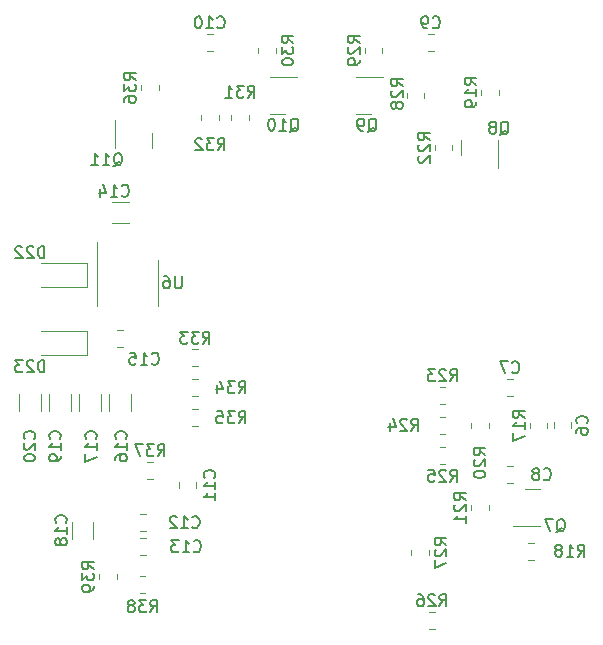
<source format=gbr>
%TF.GenerationSoftware,KiCad,Pcbnew,6.0.1-79c1e3a40b~116~ubuntu20.04.1*%
%TF.CreationDate,2022-01-23T15:23:12-08:00*%
%TF.ProjectId,led-ring-driver,6c65642d-7269-46e6-972d-647269766572,rev?*%
%TF.SameCoordinates,Original*%
%TF.FileFunction,Legend,Bot*%
%TF.FilePolarity,Positive*%
%FSLAX46Y46*%
G04 Gerber Fmt 4.6, Leading zero omitted, Abs format (unit mm)*
G04 Created by KiCad (PCBNEW 6.0.1-79c1e3a40b~116~ubuntu20.04.1) date 2022-01-23 15:23:12*
%MOMM*%
%LPD*%
G01*
G04 APERTURE LIST*
%ADD10C,0.150000*%
%ADD11C,0.120000*%
G04 APERTURE END LIST*
D10*
%TO.C,R31*%
X147327857Y-73223380D02*
X147661190Y-72747190D01*
X147899285Y-73223380D02*
X147899285Y-72223380D01*
X147518333Y-72223380D01*
X147423095Y-72271000D01*
X147375476Y-72318619D01*
X147327857Y-72413857D01*
X147327857Y-72556714D01*
X147375476Y-72651952D01*
X147423095Y-72699571D01*
X147518333Y-72747190D01*
X147899285Y-72747190D01*
X146994523Y-72223380D02*
X146375476Y-72223380D01*
X146708809Y-72604333D01*
X146565952Y-72604333D01*
X146470714Y-72651952D01*
X146423095Y-72699571D01*
X146375476Y-72794809D01*
X146375476Y-73032904D01*
X146423095Y-73128142D01*
X146470714Y-73175761D01*
X146565952Y-73223380D01*
X146851666Y-73223380D01*
X146946904Y-73175761D01*
X146994523Y-73128142D01*
X145423095Y-73223380D02*
X145994523Y-73223380D01*
X145708809Y-73223380D02*
X145708809Y-72223380D01*
X145804047Y-72366238D01*
X145899285Y-72461476D01*
X145994523Y-72509095D01*
%TO.C,R34*%
X146565857Y-98242380D02*
X146899190Y-97766190D01*
X147137285Y-98242380D02*
X147137285Y-97242380D01*
X146756333Y-97242380D01*
X146661095Y-97290000D01*
X146613476Y-97337619D01*
X146565857Y-97432857D01*
X146565857Y-97575714D01*
X146613476Y-97670952D01*
X146661095Y-97718571D01*
X146756333Y-97766190D01*
X147137285Y-97766190D01*
X146232523Y-97242380D02*
X145613476Y-97242380D01*
X145946809Y-97623333D01*
X145803952Y-97623333D01*
X145708714Y-97670952D01*
X145661095Y-97718571D01*
X145613476Y-97813809D01*
X145613476Y-98051904D01*
X145661095Y-98147142D01*
X145708714Y-98194761D01*
X145803952Y-98242380D01*
X146089666Y-98242380D01*
X146184904Y-98194761D01*
X146232523Y-98147142D01*
X144756333Y-97575714D02*
X144756333Y-98242380D01*
X144994428Y-97194761D02*
X145232523Y-97909047D01*
X144613476Y-97909047D01*
%TO.C,C18*%
X131929142Y-109212142D02*
X131976761Y-109164523D01*
X132024380Y-109021666D01*
X132024380Y-108926428D01*
X131976761Y-108783571D01*
X131881523Y-108688333D01*
X131786285Y-108640714D01*
X131595809Y-108593095D01*
X131452952Y-108593095D01*
X131262476Y-108640714D01*
X131167238Y-108688333D01*
X131072000Y-108783571D01*
X131024380Y-108926428D01*
X131024380Y-109021666D01*
X131072000Y-109164523D01*
X131119619Y-109212142D01*
X132024380Y-110164523D02*
X132024380Y-109593095D01*
X132024380Y-109878809D02*
X131024380Y-109878809D01*
X131167238Y-109783571D01*
X131262476Y-109688333D01*
X131310095Y-109593095D01*
X131452952Y-110735952D02*
X131405333Y-110640714D01*
X131357714Y-110593095D01*
X131262476Y-110545476D01*
X131214857Y-110545476D01*
X131119619Y-110593095D01*
X131072000Y-110640714D01*
X131024380Y-110735952D01*
X131024380Y-110926428D01*
X131072000Y-111021666D01*
X131119619Y-111069285D01*
X131214857Y-111116904D01*
X131262476Y-111116904D01*
X131357714Y-111069285D01*
X131405333Y-111021666D01*
X131452952Y-110926428D01*
X131452952Y-110735952D01*
X131500571Y-110640714D01*
X131548190Y-110593095D01*
X131643428Y-110545476D01*
X131833904Y-110545476D01*
X131929142Y-110593095D01*
X131976761Y-110640714D01*
X132024380Y-110735952D01*
X132024380Y-110926428D01*
X131976761Y-111021666D01*
X131929142Y-111069285D01*
X131833904Y-111116904D01*
X131643428Y-111116904D01*
X131548190Y-111069285D01*
X131500571Y-111021666D01*
X131452952Y-110926428D01*
%TO.C,Q10*%
X150904428Y-76112619D02*
X150999666Y-76065000D01*
X151094904Y-75969761D01*
X151237761Y-75826904D01*
X151333000Y-75779285D01*
X151428238Y-75779285D01*
X151380619Y-76017380D02*
X151475857Y-75969761D01*
X151571095Y-75874523D01*
X151618714Y-75684047D01*
X151618714Y-75350714D01*
X151571095Y-75160238D01*
X151475857Y-75065000D01*
X151380619Y-75017380D01*
X151190142Y-75017380D01*
X151094904Y-75065000D01*
X150999666Y-75160238D01*
X150952047Y-75350714D01*
X150952047Y-75684047D01*
X150999666Y-75874523D01*
X151094904Y-75969761D01*
X151190142Y-76017380D01*
X151380619Y-76017380D01*
X149999666Y-76017380D02*
X150571095Y-76017380D01*
X150285380Y-76017380D02*
X150285380Y-75017380D01*
X150380619Y-75160238D01*
X150475857Y-75255476D01*
X150571095Y-75303095D01*
X149380619Y-75017380D02*
X149285380Y-75017380D01*
X149190142Y-75065000D01*
X149142523Y-75112619D01*
X149094904Y-75207857D01*
X149047285Y-75398333D01*
X149047285Y-75636428D01*
X149094904Y-75826904D01*
X149142523Y-75922142D01*
X149190142Y-75969761D01*
X149285380Y-76017380D01*
X149380619Y-76017380D01*
X149475857Y-75969761D01*
X149523476Y-75922142D01*
X149571095Y-75826904D01*
X149618714Y-75636428D01*
X149618714Y-75398333D01*
X149571095Y-75207857D01*
X149523476Y-75112619D01*
X149475857Y-75065000D01*
X149380619Y-75017380D01*
%TO.C,D23*%
X130119285Y-96464380D02*
X130119285Y-95464380D01*
X129881190Y-95464380D01*
X129738333Y-95512000D01*
X129643095Y-95607238D01*
X129595476Y-95702476D01*
X129547857Y-95892952D01*
X129547857Y-96035809D01*
X129595476Y-96226285D01*
X129643095Y-96321523D01*
X129738333Y-96416761D01*
X129881190Y-96464380D01*
X130119285Y-96464380D01*
X129166904Y-95559619D02*
X129119285Y-95512000D01*
X129024047Y-95464380D01*
X128785952Y-95464380D01*
X128690714Y-95512000D01*
X128643095Y-95559619D01*
X128595476Y-95654857D01*
X128595476Y-95750095D01*
X128643095Y-95892952D01*
X129214523Y-96464380D01*
X128595476Y-96464380D01*
X128262142Y-95464380D02*
X127643095Y-95464380D01*
X127976428Y-95845333D01*
X127833571Y-95845333D01*
X127738333Y-95892952D01*
X127690714Y-95940571D01*
X127643095Y-96035809D01*
X127643095Y-96273904D01*
X127690714Y-96369142D01*
X127738333Y-96416761D01*
X127833571Y-96464380D01*
X128119285Y-96464380D01*
X128214523Y-96416761D01*
X128262142Y-96369142D01*
%TO.C,R38*%
X139072857Y-116784380D02*
X139406190Y-116308190D01*
X139644285Y-116784380D02*
X139644285Y-115784380D01*
X139263333Y-115784380D01*
X139168095Y-115832000D01*
X139120476Y-115879619D01*
X139072857Y-115974857D01*
X139072857Y-116117714D01*
X139120476Y-116212952D01*
X139168095Y-116260571D01*
X139263333Y-116308190D01*
X139644285Y-116308190D01*
X138739523Y-115784380D02*
X138120476Y-115784380D01*
X138453809Y-116165333D01*
X138310952Y-116165333D01*
X138215714Y-116212952D01*
X138168095Y-116260571D01*
X138120476Y-116355809D01*
X138120476Y-116593904D01*
X138168095Y-116689142D01*
X138215714Y-116736761D01*
X138310952Y-116784380D01*
X138596666Y-116784380D01*
X138691904Y-116736761D01*
X138739523Y-116689142D01*
X137549047Y-116212952D02*
X137644285Y-116165333D01*
X137691904Y-116117714D01*
X137739523Y-116022476D01*
X137739523Y-115974857D01*
X137691904Y-115879619D01*
X137644285Y-115832000D01*
X137549047Y-115784380D01*
X137358571Y-115784380D01*
X137263333Y-115832000D01*
X137215714Y-115879619D01*
X137168095Y-115974857D01*
X137168095Y-116022476D01*
X137215714Y-116117714D01*
X137263333Y-116165333D01*
X137358571Y-116212952D01*
X137549047Y-116212952D01*
X137644285Y-116260571D01*
X137691904Y-116308190D01*
X137739523Y-116403428D01*
X137739523Y-116593904D01*
X137691904Y-116689142D01*
X137644285Y-116736761D01*
X137549047Y-116784380D01*
X137358571Y-116784380D01*
X137263333Y-116736761D01*
X137215714Y-116689142D01*
X137168095Y-116593904D01*
X137168095Y-116403428D01*
X137215714Y-116308190D01*
X137263333Y-116260571D01*
X137358571Y-116212952D01*
%TO.C,R23*%
X164472857Y-97227380D02*
X164806190Y-96751190D01*
X165044285Y-97227380D02*
X165044285Y-96227380D01*
X164663333Y-96227380D01*
X164568095Y-96275000D01*
X164520476Y-96322619D01*
X164472857Y-96417857D01*
X164472857Y-96560714D01*
X164520476Y-96655952D01*
X164568095Y-96703571D01*
X164663333Y-96751190D01*
X165044285Y-96751190D01*
X164091904Y-96322619D02*
X164044285Y-96275000D01*
X163949047Y-96227380D01*
X163710952Y-96227380D01*
X163615714Y-96275000D01*
X163568095Y-96322619D01*
X163520476Y-96417857D01*
X163520476Y-96513095D01*
X163568095Y-96655952D01*
X164139523Y-97227380D01*
X163520476Y-97227380D01*
X163187142Y-96227380D02*
X162568095Y-96227380D01*
X162901428Y-96608333D01*
X162758571Y-96608333D01*
X162663333Y-96655952D01*
X162615714Y-96703571D01*
X162568095Y-96798809D01*
X162568095Y-97036904D01*
X162615714Y-97132142D01*
X162663333Y-97179761D01*
X162758571Y-97227380D01*
X163044285Y-97227380D01*
X163139523Y-97179761D01*
X163187142Y-97132142D01*
%TO.C,R26*%
X163560357Y-116277380D02*
X163893690Y-115801190D01*
X164131785Y-116277380D02*
X164131785Y-115277380D01*
X163750833Y-115277380D01*
X163655595Y-115325000D01*
X163607976Y-115372619D01*
X163560357Y-115467857D01*
X163560357Y-115610714D01*
X163607976Y-115705952D01*
X163655595Y-115753571D01*
X163750833Y-115801190D01*
X164131785Y-115801190D01*
X163179404Y-115372619D02*
X163131785Y-115325000D01*
X163036547Y-115277380D01*
X162798452Y-115277380D01*
X162703214Y-115325000D01*
X162655595Y-115372619D01*
X162607976Y-115467857D01*
X162607976Y-115563095D01*
X162655595Y-115705952D01*
X163227023Y-116277380D01*
X162607976Y-116277380D01*
X161750833Y-115277380D02*
X161941309Y-115277380D01*
X162036547Y-115325000D01*
X162084166Y-115372619D01*
X162179404Y-115515476D01*
X162227023Y-115705952D01*
X162227023Y-116086904D01*
X162179404Y-116182142D01*
X162131785Y-116229761D01*
X162036547Y-116277380D01*
X161846071Y-116277380D01*
X161750833Y-116229761D01*
X161703214Y-116182142D01*
X161655595Y-116086904D01*
X161655595Y-115848809D01*
X161703214Y-115753571D01*
X161750833Y-115705952D01*
X161846071Y-115658333D01*
X162036547Y-115658333D01*
X162131785Y-115705952D01*
X162179404Y-115753571D01*
X162227023Y-115848809D01*
%TO.C,C17*%
X134469142Y-102100142D02*
X134516761Y-102052523D01*
X134564380Y-101909666D01*
X134564380Y-101814428D01*
X134516761Y-101671571D01*
X134421523Y-101576333D01*
X134326285Y-101528714D01*
X134135809Y-101481095D01*
X133992952Y-101481095D01*
X133802476Y-101528714D01*
X133707238Y-101576333D01*
X133612000Y-101671571D01*
X133564380Y-101814428D01*
X133564380Y-101909666D01*
X133612000Y-102052523D01*
X133659619Y-102100142D01*
X134564380Y-103052523D02*
X134564380Y-102481095D01*
X134564380Y-102766809D02*
X133564380Y-102766809D01*
X133707238Y-102671571D01*
X133802476Y-102576333D01*
X133850095Y-102481095D01*
X133564380Y-103385857D02*
X133564380Y-104052523D01*
X134564380Y-103623952D01*
%TO.C,Q11*%
X135953428Y-79033619D02*
X136048666Y-78986000D01*
X136143904Y-78890761D01*
X136286761Y-78747904D01*
X136382000Y-78700285D01*
X136477238Y-78700285D01*
X136429619Y-78938380D02*
X136524857Y-78890761D01*
X136620095Y-78795523D01*
X136667714Y-78605047D01*
X136667714Y-78271714D01*
X136620095Y-78081238D01*
X136524857Y-77986000D01*
X136429619Y-77938380D01*
X136239142Y-77938380D01*
X136143904Y-77986000D01*
X136048666Y-78081238D01*
X136001047Y-78271714D01*
X136001047Y-78605047D01*
X136048666Y-78795523D01*
X136143904Y-78890761D01*
X136239142Y-78938380D01*
X136429619Y-78938380D01*
X135048666Y-78938380D02*
X135620095Y-78938380D01*
X135334380Y-78938380D02*
X135334380Y-77938380D01*
X135429619Y-78081238D01*
X135524857Y-78176476D01*
X135620095Y-78224095D01*
X134096285Y-78938380D02*
X134667714Y-78938380D01*
X134382000Y-78938380D02*
X134382000Y-77938380D01*
X134477238Y-78081238D01*
X134572476Y-78176476D01*
X134667714Y-78224095D01*
%TO.C,Q9*%
X157511738Y-76112619D02*
X157606976Y-76065000D01*
X157702214Y-75969761D01*
X157845071Y-75826904D01*
X157940309Y-75779285D01*
X158035547Y-75779285D01*
X157987928Y-76017380D02*
X158083166Y-75969761D01*
X158178404Y-75874523D01*
X158226023Y-75684047D01*
X158226023Y-75350714D01*
X158178404Y-75160238D01*
X158083166Y-75065000D01*
X157987928Y-75017380D01*
X157797452Y-75017380D01*
X157702214Y-75065000D01*
X157606976Y-75160238D01*
X157559357Y-75350714D01*
X157559357Y-75684047D01*
X157606976Y-75874523D01*
X157702214Y-75969761D01*
X157797452Y-76017380D01*
X157987928Y-76017380D01*
X157083166Y-76017380D02*
X156892690Y-76017380D01*
X156797452Y-75969761D01*
X156749833Y-75922142D01*
X156654595Y-75779285D01*
X156606976Y-75588809D01*
X156606976Y-75207857D01*
X156654595Y-75112619D01*
X156702214Y-75065000D01*
X156797452Y-75017380D01*
X156987928Y-75017380D01*
X157083166Y-75065000D01*
X157130785Y-75112619D01*
X157178404Y-75207857D01*
X157178404Y-75445952D01*
X157130785Y-75541190D01*
X157083166Y-75588809D01*
X156987928Y-75636428D01*
X156797452Y-75636428D01*
X156702214Y-75588809D01*
X156654595Y-75541190D01*
X156606976Y-75445952D01*
%TO.C,Q8*%
X168687738Y-76366619D02*
X168782976Y-76319000D01*
X168878214Y-76223761D01*
X169021071Y-76080904D01*
X169116309Y-76033285D01*
X169211547Y-76033285D01*
X169163928Y-76271380D02*
X169259166Y-76223761D01*
X169354404Y-76128523D01*
X169402023Y-75938047D01*
X169402023Y-75604714D01*
X169354404Y-75414238D01*
X169259166Y-75319000D01*
X169163928Y-75271380D01*
X168973452Y-75271380D01*
X168878214Y-75319000D01*
X168782976Y-75414238D01*
X168735357Y-75604714D01*
X168735357Y-75938047D01*
X168782976Y-76128523D01*
X168878214Y-76223761D01*
X168973452Y-76271380D01*
X169163928Y-76271380D01*
X168163928Y-75699952D02*
X168259166Y-75652333D01*
X168306785Y-75604714D01*
X168354404Y-75509476D01*
X168354404Y-75461857D01*
X168306785Y-75366619D01*
X168259166Y-75319000D01*
X168163928Y-75271380D01*
X167973452Y-75271380D01*
X167878214Y-75319000D01*
X167830595Y-75366619D01*
X167782976Y-75461857D01*
X167782976Y-75509476D01*
X167830595Y-75604714D01*
X167878214Y-75652333D01*
X167973452Y-75699952D01*
X168163928Y-75699952D01*
X168259166Y-75747571D01*
X168306785Y-75795190D01*
X168354404Y-75890428D01*
X168354404Y-76080904D01*
X168306785Y-76176142D01*
X168259166Y-76223761D01*
X168163928Y-76271380D01*
X167973452Y-76271380D01*
X167878214Y-76223761D01*
X167830595Y-76176142D01*
X167782976Y-76080904D01*
X167782976Y-75890428D01*
X167830595Y-75795190D01*
X167878214Y-75747571D01*
X167973452Y-75699952D01*
%TO.C,C14*%
X136659857Y-81510142D02*
X136707476Y-81557761D01*
X136850333Y-81605380D01*
X136945571Y-81605380D01*
X137088428Y-81557761D01*
X137183666Y-81462523D01*
X137231285Y-81367285D01*
X137278904Y-81176809D01*
X137278904Y-81033952D01*
X137231285Y-80843476D01*
X137183666Y-80748238D01*
X137088428Y-80653000D01*
X136945571Y-80605380D01*
X136850333Y-80605380D01*
X136707476Y-80653000D01*
X136659857Y-80700619D01*
X135707476Y-81605380D02*
X136278904Y-81605380D01*
X135993190Y-81605380D02*
X135993190Y-80605380D01*
X136088428Y-80748238D01*
X136183666Y-80843476D01*
X136278904Y-80891095D01*
X134850333Y-80938714D02*
X134850333Y-81605380D01*
X135088428Y-80557761D02*
X135326523Y-81272047D01*
X134707476Y-81272047D01*
%TO.C,C20*%
X129262142Y-102100142D02*
X129309761Y-102052523D01*
X129357380Y-101909666D01*
X129357380Y-101814428D01*
X129309761Y-101671571D01*
X129214523Y-101576333D01*
X129119285Y-101528714D01*
X128928809Y-101481095D01*
X128785952Y-101481095D01*
X128595476Y-101528714D01*
X128500238Y-101576333D01*
X128405000Y-101671571D01*
X128357380Y-101814428D01*
X128357380Y-101909666D01*
X128405000Y-102052523D01*
X128452619Y-102100142D01*
X128452619Y-102481095D02*
X128405000Y-102528714D01*
X128357380Y-102623952D01*
X128357380Y-102862047D01*
X128405000Y-102957285D01*
X128452619Y-103004904D01*
X128547857Y-103052523D01*
X128643095Y-103052523D01*
X128785952Y-103004904D01*
X129357380Y-102433476D01*
X129357380Y-103052523D01*
X128357380Y-103671571D02*
X128357380Y-103766809D01*
X128405000Y-103862047D01*
X128452619Y-103909666D01*
X128547857Y-103957285D01*
X128738333Y-104004904D01*
X128976428Y-104004904D01*
X129166904Y-103957285D01*
X129262142Y-103909666D01*
X129309761Y-103862047D01*
X129357380Y-103766809D01*
X129357380Y-103671571D01*
X129309761Y-103576333D01*
X129262142Y-103528714D01*
X129166904Y-103481095D01*
X128976428Y-103433476D01*
X128738333Y-103433476D01*
X128547857Y-103481095D01*
X128452619Y-103528714D01*
X128405000Y-103576333D01*
X128357380Y-103671571D01*
%TO.C,R39*%
X134311380Y-113149142D02*
X133835190Y-112815809D01*
X134311380Y-112577714D02*
X133311380Y-112577714D01*
X133311380Y-112958666D01*
X133359000Y-113053904D01*
X133406619Y-113101523D01*
X133501857Y-113149142D01*
X133644714Y-113149142D01*
X133739952Y-113101523D01*
X133787571Y-113053904D01*
X133835190Y-112958666D01*
X133835190Y-112577714D01*
X133311380Y-113482476D02*
X133311380Y-114101523D01*
X133692333Y-113768190D01*
X133692333Y-113911047D01*
X133739952Y-114006285D01*
X133787571Y-114053904D01*
X133882809Y-114101523D01*
X134120904Y-114101523D01*
X134216142Y-114053904D01*
X134263761Y-114006285D01*
X134311380Y-113911047D01*
X134311380Y-113625333D01*
X134263761Y-113530095D01*
X134216142Y-113482476D01*
X134311380Y-114577714D02*
X134311380Y-114768190D01*
X134263761Y-114863428D01*
X134216142Y-114911047D01*
X134073285Y-115006285D01*
X133882809Y-115053904D01*
X133501857Y-115053904D01*
X133406619Y-115006285D01*
X133359000Y-114958666D01*
X133311380Y-114863428D01*
X133311380Y-114672952D01*
X133359000Y-114577714D01*
X133406619Y-114530095D01*
X133501857Y-114482476D01*
X133739952Y-114482476D01*
X133835190Y-114530095D01*
X133882809Y-114577714D01*
X133930428Y-114672952D01*
X133930428Y-114863428D01*
X133882809Y-114958666D01*
X133835190Y-115006285D01*
X133739952Y-115053904D01*
%TO.C,C7*%
X169711666Y-96467142D02*
X169759285Y-96514761D01*
X169902142Y-96562380D01*
X169997380Y-96562380D01*
X170140238Y-96514761D01*
X170235476Y-96419523D01*
X170283095Y-96324285D01*
X170330714Y-96133809D01*
X170330714Y-95990952D01*
X170283095Y-95800476D01*
X170235476Y-95705238D01*
X170140238Y-95610000D01*
X169997380Y-95562380D01*
X169902142Y-95562380D01*
X169759285Y-95610000D01*
X169711666Y-95657619D01*
X169378333Y-95562380D02*
X168711666Y-95562380D01*
X169140238Y-96562380D01*
%TO.C,R32*%
X144787857Y-77668380D02*
X145121190Y-77192190D01*
X145359285Y-77668380D02*
X145359285Y-76668380D01*
X144978333Y-76668380D01*
X144883095Y-76716000D01*
X144835476Y-76763619D01*
X144787857Y-76858857D01*
X144787857Y-77001714D01*
X144835476Y-77096952D01*
X144883095Y-77144571D01*
X144978333Y-77192190D01*
X145359285Y-77192190D01*
X144454523Y-76668380D02*
X143835476Y-76668380D01*
X144168809Y-77049333D01*
X144025952Y-77049333D01*
X143930714Y-77096952D01*
X143883095Y-77144571D01*
X143835476Y-77239809D01*
X143835476Y-77477904D01*
X143883095Y-77573142D01*
X143930714Y-77620761D01*
X144025952Y-77668380D01*
X144311666Y-77668380D01*
X144406904Y-77620761D01*
X144454523Y-77573142D01*
X143454523Y-76763619D02*
X143406904Y-76716000D01*
X143311666Y-76668380D01*
X143073571Y-76668380D01*
X142978333Y-76716000D01*
X142930714Y-76763619D01*
X142883095Y-76858857D01*
X142883095Y-76954095D01*
X142930714Y-77096952D01*
X143502142Y-77668380D01*
X142883095Y-77668380D01*
%TO.C,C8*%
X172378666Y-105513142D02*
X172426285Y-105560761D01*
X172569142Y-105608380D01*
X172664380Y-105608380D01*
X172807238Y-105560761D01*
X172902476Y-105465523D01*
X172950095Y-105370285D01*
X172997714Y-105179809D01*
X172997714Y-105036952D01*
X172950095Y-104846476D01*
X172902476Y-104751238D01*
X172807238Y-104656000D01*
X172664380Y-104608380D01*
X172569142Y-104608380D01*
X172426285Y-104656000D01*
X172378666Y-104703619D01*
X171807238Y-105036952D02*
X171902476Y-104989333D01*
X171950095Y-104941714D01*
X171997714Y-104846476D01*
X171997714Y-104798857D01*
X171950095Y-104703619D01*
X171902476Y-104656000D01*
X171807238Y-104608380D01*
X171616761Y-104608380D01*
X171521523Y-104656000D01*
X171473904Y-104703619D01*
X171426285Y-104798857D01*
X171426285Y-104846476D01*
X171473904Y-104941714D01*
X171521523Y-104989333D01*
X171616761Y-105036952D01*
X171807238Y-105036952D01*
X171902476Y-105084571D01*
X171950095Y-105132190D01*
X171997714Y-105227428D01*
X171997714Y-105417904D01*
X171950095Y-105513142D01*
X171902476Y-105560761D01*
X171807238Y-105608380D01*
X171616761Y-105608380D01*
X171521523Y-105560761D01*
X171473904Y-105513142D01*
X171426285Y-105417904D01*
X171426285Y-105227428D01*
X171473904Y-105132190D01*
X171521523Y-105084571D01*
X171616761Y-105036952D01*
%TO.C,R37*%
X139707857Y-103577380D02*
X140041190Y-103101190D01*
X140279285Y-103577380D02*
X140279285Y-102577380D01*
X139898333Y-102577380D01*
X139803095Y-102625000D01*
X139755476Y-102672619D01*
X139707857Y-102767857D01*
X139707857Y-102910714D01*
X139755476Y-103005952D01*
X139803095Y-103053571D01*
X139898333Y-103101190D01*
X140279285Y-103101190D01*
X139374523Y-102577380D02*
X138755476Y-102577380D01*
X139088809Y-102958333D01*
X138945952Y-102958333D01*
X138850714Y-103005952D01*
X138803095Y-103053571D01*
X138755476Y-103148809D01*
X138755476Y-103386904D01*
X138803095Y-103482142D01*
X138850714Y-103529761D01*
X138945952Y-103577380D01*
X139231666Y-103577380D01*
X139326904Y-103529761D01*
X139374523Y-103482142D01*
X138422142Y-102577380D02*
X137755476Y-102577380D01*
X138184047Y-103577380D01*
%TO.C,Q7*%
X173450238Y-110021619D02*
X173545476Y-109974000D01*
X173640714Y-109878761D01*
X173783571Y-109735904D01*
X173878809Y-109688285D01*
X173974047Y-109688285D01*
X173926428Y-109926380D02*
X174021666Y-109878761D01*
X174116904Y-109783523D01*
X174164523Y-109593047D01*
X174164523Y-109259714D01*
X174116904Y-109069238D01*
X174021666Y-108974000D01*
X173926428Y-108926380D01*
X173735952Y-108926380D01*
X173640714Y-108974000D01*
X173545476Y-109069238D01*
X173497857Y-109259714D01*
X173497857Y-109593047D01*
X173545476Y-109783523D01*
X173640714Y-109878761D01*
X173735952Y-109926380D01*
X173926428Y-109926380D01*
X173164523Y-108926380D02*
X172497857Y-108926380D01*
X172926428Y-109926380D01*
%TO.C,R17*%
X170760380Y-100322142D02*
X170284190Y-99988809D01*
X170760380Y-99750714D02*
X169760380Y-99750714D01*
X169760380Y-100131666D01*
X169808000Y-100226904D01*
X169855619Y-100274523D01*
X169950857Y-100322142D01*
X170093714Y-100322142D01*
X170188952Y-100274523D01*
X170236571Y-100226904D01*
X170284190Y-100131666D01*
X170284190Y-99750714D01*
X170760380Y-101274523D02*
X170760380Y-100703095D01*
X170760380Y-100988809D02*
X169760380Y-100988809D01*
X169903238Y-100893571D01*
X169998476Y-100798333D01*
X170046095Y-100703095D01*
X169760380Y-101607857D02*
X169760380Y-102274523D01*
X170760380Y-101845952D01*
%TO.C,D22*%
X130119285Y-86812380D02*
X130119285Y-85812380D01*
X129881190Y-85812380D01*
X129738333Y-85860000D01*
X129643095Y-85955238D01*
X129595476Y-86050476D01*
X129547857Y-86240952D01*
X129547857Y-86383809D01*
X129595476Y-86574285D01*
X129643095Y-86669523D01*
X129738333Y-86764761D01*
X129881190Y-86812380D01*
X130119285Y-86812380D01*
X129166904Y-85907619D02*
X129119285Y-85860000D01*
X129024047Y-85812380D01*
X128785952Y-85812380D01*
X128690714Y-85860000D01*
X128643095Y-85907619D01*
X128595476Y-86002857D01*
X128595476Y-86098095D01*
X128643095Y-86240952D01*
X129214523Y-86812380D01*
X128595476Y-86812380D01*
X128214523Y-85907619D02*
X128166904Y-85860000D01*
X128071666Y-85812380D01*
X127833571Y-85812380D01*
X127738333Y-85860000D01*
X127690714Y-85907619D01*
X127643095Y-86002857D01*
X127643095Y-86098095D01*
X127690714Y-86240952D01*
X128262142Y-86812380D01*
X127643095Y-86812380D01*
%TO.C,R30*%
X151201380Y-68572142D02*
X150725190Y-68238809D01*
X151201380Y-68000714D02*
X150201380Y-68000714D01*
X150201380Y-68381666D01*
X150249000Y-68476904D01*
X150296619Y-68524523D01*
X150391857Y-68572142D01*
X150534714Y-68572142D01*
X150629952Y-68524523D01*
X150677571Y-68476904D01*
X150725190Y-68381666D01*
X150725190Y-68000714D01*
X150201380Y-68905476D02*
X150201380Y-69524523D01*
X150582333Y-69191190D01*
X150582333Y-69334047D01*
X150629952Y-69429285D01*
X150677571Y-69476904D01*
X150772809Y-69524523D01*
X151010904Y-69524523D01*
X151106142Y-69476904D01*
X151153761Y-69429285D01*
X151201380Y-69334047D01*
X151201380Y-69048333D01*
X151153761Y-68953095D01*
X151106142Y-68905476D01*
X150201380Y-70143571D02*
X150201380Y-70238809D01*
X150249000Y-70334047D01*
X150296619Y-70381666D01*
X150391857Y-70429285D01*
X150582333Y-70476904D01*
X150820428Y-70476904D01*
X151010904Y-70429285D01*
X151106142Y-70381666D01*
X151153761Y-70334047D01*
X151201380Y-70238809D01*
X151201380Y-70143571D01*
X151153761Y-70048333D01*
X151106142Y-70000714D01*
X151010904Y-69953095D01*
X150820428Y-69905476D01*
X150582333Y-69905476D01*
X150391857Y-69953095D01*
X150296619Y-70000714D01*
X150249000Y-70048333D01*
X150201380Y-70143571D01*
%TO.C,R27*%
X164155380Y-111117142D02*
X163679190Y-110783809D01*
X164155380Y-110545714D02*
X163155380Y-110545714D01*
X163155380Y-110926666D01*
X163203000Y-111021904D01*
X163250619Y-111069523D01*
X163345857Y-111117142D01*
X163488714Y-111117142D01*
X163583952Y-111069523D01*
X163631571Y-111021904D01*
X163679190Y-110926666D01*
X163679190Y-110545714D01*
X163250619Y-111498095D02*
X163203000Y-111545714D01*
X163155380Y-111640952D01*
X163155380Y-111879047D01*
X163203000Y-111974285D01*
X163250619Y-112021904D01*
X163345857Y-112069523D01*
X163441095Y-112069523D01*
X163583952Y-112021904D01*
X164155380Y-111450476D01*
X164155380Y-112069523D01*
X163155380Y-112402857D02*
X163155380Y-113069523D01*
X164155380Y-112640952D01*
%TO.C,C10*%
X144752857Y-67257142D02*
X144800476Y-67304761D01*
X144943333Y-67352380D01*
X145038571Y-67352380D01*
X145181428Y-67304761D01*
X145276666Y-67209523D01*
X145324285Y-67114285D01*
X145371904Y-66923809D01*
X145371904Y-66780952D01*
X145324285Y-66590476D01*
X145276666Y-66495238D01*
X145181428Y-66400000D01*
X145038571Y-66352380D01*
X144943333Y-66352380D01*
X144800476Y-66400000D01*
X144752857Y-66447619D01*
X143800476Y-67352380D02*
X144371904Y-67352380D01*
X144086190Y-67352380D02*
X144086190Y-66352380D01*
X144181428Y-66495238D01*
X144276666Y-66590476D01*
X144371904Y-66638095D01*
X143181428Y-66352380D02*
X143086190Y-66352380D01*
X142990952Y-66400000D01*
X142943333Y-66447619D01*
X142895714Y-66542857D01*
X142848095Y-66733333D01*
X142848095Y-66971428D01*
X142895714Y-67161904D01*
X142943333Y-67257142D01*
X142990952Y-67304761D01*
X143086190Y-67352380D01*
X143181428Y-67352380D01*
X143276666Y-67304761D01*
X143324285Y-67257142D01*
X143371904Y-67161904D01*
X143419523Y-66971428D01*
X143419523Y-66733333D01*
X143371904Y-66542857D01*
X143324285Y-66447619D01*
X143276666Y-66400000D01*
X143181428Y-66352380D01*
%TO.C,C11*%
X144502142Y-105402142D02*
X144549761Y-105354523D01*
X144597380Y-105211666D01*
X144597380Y-105116428D01*
X144549761Y-104973571D01*
X144454523Y-104878333D01*
X144359285Y-104830714D01*
X144168809Y-104783095D01*
X144025952Y-104783095D01*
X143835476Y-104830714D01*
X143740238Y-104878333D01*
X143645000Y-104973571D01*
X143597380Y-105116428D01*
X143597380Y-105211666D01*
X143645000Y-105354523D01*
X143692619Y-105402142D01*
X144597380Y-106354523D02*
X144597380Y-105783095D01*
X144597380Y-106068809D02*
X143597380Y-106068809D01*
X143740238Y-105973571D01*
X143835476Y-105878333D01*
X143883095Y-105783095D01*
X144597380Y-107306904D02*
X144597380Y-106735476D01*
X144597380Y-107021190D02*
X143597380Y-107021190D01*
X143740238Y-106925952D01*
X143835476Y-106830714D01*
X143883095Y-106735476D01*
%TO.C,C9*%
X162987166Y-67257142D02*
X163034785Y-67304761D01*
X163177642Y-67352380D01*
X163272880Y-67352380D01*
X163415738Y-67304761D01*
X163510976Y-67209523D01*
X163558595Y-67114285D01*
X163606214Y-66923809D01*
X163606214Y-66780952D01*
X163558595Y-66590476D01*
X163510976Y-66495238D01*
X163415738Y-66400000D01*
X163272880Y-66352380D01*
X163177642Y-66352380D01*
X163034785Y-66400000D01*
X162987166Y-66447619D01*
X162510976Y-67352380D02*
X162320500Y-67352380D01*
X162225261Y-67304761D01*
X162177642Y-67257142D01*
X162082404Y-67114285D01*
X162034785Y-66923809D01*
X162034785Y-66542857D01*
X162082404Y-66447619D01*
X162130023Y-66400000D01*
X162225261Y-66352380D01*
X162415738Y-66352380D01*
X162510976Y-66400000D01*
X162558595Y-66447619D01*
X162606214Y-66542857D01*
X162606214Y-66780952D01*
X162558595Y-66876190D01*
X162510976Y-66923809D01*
X162415738Y-66971428D01*
X162225261Y-66971428D01*
X162130023Y-66923809D01*
X162082404Y-66876190D01*
X162034785Y-66780952D01*
%TO.C,R28*%
X160472380Y-72255142D02*
X159996190Y-71921809D01*
X160472380Y-71683714D02*
X159472380Y-71683714D01*
X159472380Y-72064666D01*
X159520000Y-72159904D01*
X159567619Y-72207523D01*
X159662857Y-72255142D01*
X159805714Y-72255142D01*
X159900952Y-72207523D01*
X159948571Y-72159904D01*
X159996190Y-72064666D01*
X159996190Y-71683714D01*
X159567619Y-72636095D02*
X159520000Y-72683714D01*
X159472380Y-72778952D01*
X159472380Y-73017047D01*
X159520000Y-73112285D01*
X159567619Y-73159904D01*
X159662857Y-73207523D01*
X159758095Y-73207523D01*
X159900952Y-73159904D01*
X160472380Y-72588476D01*
X160472380Y-73207523D01*
X159900952Y-73778952D02*
X159853333Y-73683714D01*
X159805714Y-73636095D01*
X159710476Y-73588476D01*
X159662857Y-73588476D01*
X159567619Y-73636095D01*
X159520000Y-73683714D01*
X159472380Y-73778952D01*
X159472380Y-73969428D01*
X159520000Y-74064666D01*
X159567619Y-74112285D01*
X159662857Y-74159904D01*
X159710476Y-74159904D01*
X159805714Y-74112285D01*
X159853333Y-74064666D01*
X159900952Y-73969428D01*
X159900952Y-73778952D01*
X159948571Y-73683714D01*
X159996190Y-73636095D01*
X160091428Y-73588476D01*
X160281904Y-73588476D01*
X160377142Y-73636095D01*
X160424761Y-73683714D01*
X160472380Y-73778952D01*
X160472380Y-73969428D01*
X160424761Y-74064666D01*
X160377142Y-74112285D01*
X160281904Y-74159904D01*
X160091428Y-74159904D01*
X159996190Y-74112285D01*
X159948571Y-74064666D01*
X159900952Y-73969428D01*
%TO.C,C16*%
X137009142Y-102100142D02*
X137056761Y-102052523D01*
X137104380Y-101909666D01*
X137104380Y-101814428D01*
X137056761Y-101671571D01*
X136961523Y-101576333D01*
X136866285Y-101528714D01*
X136675809Y-101481095D01*
X136532952Y-101481095D01*
X136342476Y-101528714D01*
X136247238Y-101576333D01*
X136152000Y-101671571D01*
X136104380Y-101814428D01*
X136104380Y-101909666D01*
X136152000Y-102052523D01*
X136199619Y-102100142D01*
X137104380Y-103052523D02*
X137104380Y-102481095D01*
X137104380Y-102766809D02*
X136104380Y-102766809D01*
X136247238Y-102671571D01*
X136342476Y-102576333D01*
X136390095Y-102481095D01*
X136104380Y-103909666D02*
X136104380Y-103719190D01*
X136152000Y-103623952D01*
X136199619Y-103576333D01*
X136342476Y-103481095D01*
X136532952Y-103433476D01*
X136913904Y-103433476D01*
X137009142Y-103481095D01*
X137056761Y-103528714D01*
X137104380Y-103623952D01*
X137104380Y-103814428D01*
X137056761Y-103909666D01*
X137009142Y-103957285D01*
X136913904Y-104004904D01*
X136675809Y-104004904D01*
X136580571Y-103957285D01*
X136532952Y-103909666D01*
X136485333Y-103814428D01*
X136485333Y-103623952D01*
X136532952Y-103528714D01*
X136580571Y-103481095D01*
X136675809Y-103433476D01*
%TO.C,C12*%
X142628857Y-109577142D02*
X142676476Y-109624761D01*
X142819333Y-109672380D01*
X142914571Y-109672380D01*
X143057428Y-109624761D01*
X143152666Y-109529523D01*
X143200285Y-109434285D01*
X143247904Y-109243809D01*
X143247904Y-109100952D01*
X143200285Y-108910476D01*
X143152666Y-108815238D01*
X143057428Y-108720000D01*
X142914571Y-108672380D01*
X142819333Y-108672380D01*
X142676476Y-108720000D01*
X142628857Y-108767619D01*
X141676476Y-109672380D02*
X142247904Y-109672380D01*
X141962190Y-109672380D02*
X141962190Y-108672380D01*
X142057428Y-108815238D01*
X142152666Y-108910476D01*
X142247904Y-108958095D01*
X141295523Y-108767619D02*
X141247904Y-108720000D01*
X141152666Y-108672380D01*
X140914571Y-108672380D01*
X140819333Y-108720000D01*
X140771714Y-108767619D01*
X140724095Y-108862857D01*
X140724095Y-108958095D01*
X140771714Y-109100952D01*
X141343142Y-109672380D01*
X140724095Y-109672380D01*
%TO.C,R33*%
X143517857Y-94052380D02*
X143851190Y-93576190D01*
X144089285Y-94052380D02*
X144089285Y-93052380D01*
X143708333Y-93052380D01*
X143613095Y-93100000D01*
X143565476Y-93147619D01*
X143517857Y-93242857D01*
X143517857Y-93385714D01*
X143565476Y-93480952D01*
X143613095Y-93528571D01*
X143708333Y-93576190D01*
X144089285Y-93576190D01*
X143184523Y-93052380D02*
X142565476Y-93052380D01*
X142898809Y-93433333D01*
X142755952Y-93433333D01*
X142660714Y-93480952D01*
X142613095Y-93528571D01*
X142565476Y-93623809D01*
X142565476Y-93861904D01*
X142613095Y-93957142D01*
X142660714Y-94004761D01*
X142755952Y-94052380D01*
X143041666Y-94052380D01*
X143136904Y-94004761D01*
X143184523Y-93957142D01*
X142232142Y-93052380D02*
X141613095Y-93052380D01*
X141946428Y-93433333D01*
X141803571Y-93433333D01*
X141708333Y-93480952D01*
X141660714Y-93528571D01*
X141613095Y-93623809D01*
X141613095Y-93861904D01*
X141660714Y-93957142D01*
X141708333Y-94004761D01*
X141803571Y-94052380D01*
X142089285Y-94052380D01*
X142184523Y-94004761D01*
X142232142Y-93957142D01*
%TO.C,R18*%
X175267857Y-112085380D02*
X175601190Y-111609190D01*
X175839285Y-112085380D02*
X175839285Y-111085380D01*
X175458333Y-111085380D01*
X175363095Y-111133000D01*
X175315476Y-111180619D01*
X175267857Y-111275857D01*
X175267857Y-111418714D01*
X175315476Y-111513952D01*
X175363095Y-111561571D01*
X175458333Y-111609190D01*
X175839285Y-111609190D01*
X174315476Y-112085380D02*
X174886904Y-112085380D01*
X174601190Y-112085380D02*
X174601190Y-111085380D01*
X174696428Y-111228238D01*
X174791666Y-111323476D01*
X174886904Y-111371095D01*
X173744047Y-111513952D02*
X173839285Y-111466333D01*
X173886904Y-111418714D01*
X173934523Y-111323476D01*
X173934523Y-111275857D01*
X173886904Y-111180619D01*
X173839285Y-111133000D01*
X173744047Y-111085380D01*
X173553571Y-111085380D01*
X173458333Y-111133000D01*
X173410714Y-111180619D01*
X173363095Y-111275857D01*
X173363095Y-111323476D01*
X173410714Y-111418714D01*
X173458333Y-111466333D01*
X173553571Y-111513952D01*
X173744047Y-111513952D01*
X173839285Y-111561571D01*
X173886904Y-111609190D01*
X173934523Y-111704428D01*
X173934523Y-111894904D01*
X173886904Y-111990142D01*
X173839285Y-112037761D01*
X173744047Y-112085380D01*
X173553571Y-112085380D01*
X173458333Y-112037761D01*
X173410714Y-111990142D01*
X173363095Y-111894904D01*
X173363095Y-111704428D01*
X173410714Y-111609190D01*
X173458333Y-111561571D01*
X173553571Y-111513952D01*
%TO.C,R24*%
X161170857Y-101417380D02*
X161504190Y-100941190D01*
X161742285Y-101417380D02*
X161742285Y-100417380D01*
X161361333Y-100417380D01*
X161266095Y-100465000D01*
X161218476Y-100512619D01*
X161170857Y-100607857D01*
X161170857Y-100750714D01*
X161218476Y-100845952D01*
X161266095Y-100893571D01*
X161361333Y-100941190D01*
X161742285Y-100941190D01*
X160789904Y-100512619D02*
X160742285Y-100465000D01*
X160647047Y-100417380D01*
X160408952Y-100417380D01*
X160313714Y-100465000D01*
X160266095Y-100512619D01*
X160218476Y-100607857D01*
X160218476Y-100703095D01*
X160266095Y-100845952D01*
X160837523Y-101417380D01*
X160218476Y-101417380D01*
X159361333Y-100750714D02*
X159361333Y-101417380D01*
X159599428Y-100369761D02*
X159837523Y-101084047D01*
X159218476Y-101084047D01*
%TO.C,R35*%
X146565857Y-100782380D02*
X146899190Y-100306190D01*
X147137285Y-100782380D02*
X147137285Y-99782380D01*
X146756333Y-99782380D01*
X146661095Y-99830000D01*
X146613476Y-99877619D01*
X146565857Y-99972857D01*
X146565857Y-100115714D01*
X146613476Y-100210952D01*
X146661095Y-100258571D01*
X146756333Y-100306190D01*
X147137285Y-100306190D01*
X146232523Y-99782380D02*
X145613476Y-99782380D01*
X145946809Y-100163333D01*
X145803952Y-100163333D01*
X145708714Y-100210952D01*
X145661095Y-100258571D01*
X145613476Y-100353809D01*
X145613476Y-100591904D01*
X145661095Y-100687142D01*
X145708714Y-100734761D01*
X145803952Y-100782380D01*
X146089666Y-100782380D01*
X146184904Y-100734761D01*
X146232523Y-100687142D01*
X144708714Y-99782380D02*
X145184904Y-99782380D01*
X145232523Y-100258571D01*
X145184904Y-100210952D01*
X145089666Y-100163333D01*
X144851571Y-100163333D01*
X144756333Y-100210952D01*
X144708714Y-100258571D01*
X144661095Y-100353809D01*
X144661095Y-100591904D01*
X144708714Y-100687142D01*
X144756333Y-100734761D01*
X144851571Y-100782380D01*
X145089666Y-100782380D01*
X145184904Y-100734761D01*
X145232523Y-100687142D01*
%TO.C,R22*%
X162758380Y-76827142D02*
X162282190Y-76493809D01*
X162758380Y-76255714D02*
X161758380Y-76255714D01*
X161758380Y-76636666D01*
X161806000Y-76731904D01*
X161853619Y-76779523D01*
X161948857Y-76827142D01*
X162091714Y-76827142D01*
X162186952Y-76779523D01*
X162234571Y-76731904D01*
X162282190Y-76636666D01*
X162282190Y-76255714D01*
X161853619Y-77208095D02*
X161806000Y-77255714D01*
X161758380Y-77350952D01*
X161758380Y-77589047D01*
X161806000Y-77684285D01*
X161853619Y-77731904D01*
X161948857Y-77779523D01*
X162044095Y-77779523D01*
X162186952Y-77731904D01*
X162758380Y-77160476D01*
X162758380Y-77779523D01*
X161853619Y-78160476D02*
X161806000Y-78208095D01*
X161758380Y-78303333D01*
X161758380Y-78541428D01*
X161806000Y-78636666D01*
X161853619Y-78684285D01*
X161948857Y-78731904D01*
X162044095Y-78731904D01*
X162186952Y-78684285D01*
X162758380Y-78112857D01*
X162758380Y-78731904D01*
%TO.C,R21*%
X165806380Y-107307142D02*
X165330190Y-106973809D01*
X165806380Y-106735714D02*
X164806380Y-106735714D01*
X164806380Y-107116666D01*
X164854000Y-107211904D01*
X164901619Y-107259523D01*
X164996857Y-107307142D01*
X165139714Y-107307142D01*
X165234952Y-107259523D01*
X165282571Y-107211904D01*
X165330190Y-107116666D01*
X165330190Y-106735714D01*
X164901619Y-107688095D02*
X164854000Y-107735714D01*
X164806380Y-107830952D01*
X164806380Y-108069047D01*
X164854000Y-108164285D01*
X164901619Y-108211904D01*
X164996857Y-108259523D01*
X165092095Y-108259523D01*
X165234952Y-108211904D01*
X165806380Y-107640476D01*
X165806380Y-108259523D01*
X165806380Y-109211904D02*
X165806380Y-108640476D01*
X165806380Y-108926190D02*
X164806380Y-108926190D01*
X164949238Y-108830952D01*
X165044476Y-108735714D01*
X165092095Y-108640476D01*
%TO.C,R36*%
X137866380Y-71747142D02*
X137390190Y-71413809D01*
X137866380Y-71175714D02*
X136866380Y-71175714D01*
X136866380Y-71556666D01*
X136914000Y-71651904D01*
X136961619Y-71699523D01*
X137056857Y-71747142D01*
X137199714Y-71747142D01*
X137294952Y-71699523D01*
X137342571Y-71651904D01*
X137390190Y-71556666D01*
X137390190Y-71175714D01*
X136866380Y-72080476D02*
X136866380Y-72699523D01*
X137247333Y-72366190D01*
X137247333Y-72509047D01*
X137294952Y-72604285D01*
X137342571Y-72651904D01*
X137437809Y-72699523D01*
X137675904Y-72699523D01*
X137771142Y-72651904D01*
X137818761Y-72604285D01*
X137866380Y-72509047D01*
X137866380Y-72223333D01*
X137818761Y-72128095D01*
X137771142Y-72080476D01*
X136866380Y-73556666D02*
X136866380Y-73366190D01*
X136914000Y-73270952D01*
X136961619Y-73223333D01*
X137104476Y-73128095D01*
X137294952Y-73080476D01*
X137675904Y-73080476D01*
X137771142Y-73128095D01*
X137818761Y-73175714D01*
X137866380Y-73270952D01*
X137866380Y-73461428D01*
X137818761Y-73556666D01*
X137771142Y-73604285D01*
X137675904Y-73651904D01*
X137437809Y-73651904D01*
X137342571Y-73604285D01*
X137294952Y-73556666D01*
X137247333Y-73461428D01*
X137247333Y-73270952D01*
X137294952Y-73175714D01*
X137342571Y-73128095D01*
X137437809Y-73080476D01*
%TO.C,C13*%
X142755857Y-111609142D02*
X142803476Y-111656761D01*
X142946333Y-111704380D01*
X143041571Y-111704380D01*
X143184428Y-111656761D01*
X143279666Y-111561523D01*
X143327285Y-111466285D01*
X143374904Y-111275809D01*
X143374904Y-111132952D01*
X143327285Y-110942476D01*
X143279666Y-110847238D01*
X143184428Y-110752000D01*
X143041571Y-110704380D01*
X142946333Y-110704380D01*
X142803476Y-110752000D01*
X142755857Y-110799619D01*
X141803476Y-111704380D02*
X142374904Y-111704380D01*
X142089190Y-111704380D02*
X142089190Y-110704380D01*
X142184428Y-110847238D01*
X142279666Y-110942476D01*
X142374904Y-110990095D01*
X141470142Y-110704380D02*
X140851095Y-110704380D01*
X141184428Y-111085333D01*
X141041571Y-111085333D01*
X140946333Y-111132952D01*
X140898714Y-111180571D01*
X140851095Y-111275809D01*
X140851095Y-111513904D01*
X140898714Y-111609142D01*
X140946333Y-111656761D01*
X141041571Y-111704380D01*
X141327285Y-111704380D01*
X141422523Y-111656761D01*
X141470142Y-111609142D01*
%TO.C,C15*%
X139199857Y-95734142D02*
X139247476Y-95781761D01*
X139390333Y-95829380D01*
X139485571Y-95829380D01*
X139628428Y-95781761D01*
X139723666Y-95686523D01*
X139771285Y-95591285D01*
X139818904Y-95400809D01*
X139818904Y-95257952D01*
X139771285Y-95067476D01*
X139723666Y-94972238D01*
X139628428Y-94877000D01*
X139485571Y-94829380D01*
X139390333Y-94829380D01*
X139247476Y-94877000D01*
X139199857Y-94924619D01*
X138247476Y-95829380D02*
X138818904Y-95829380D01*
X138533190Y-95829380D02*
X138533190Y-94829380D01*
X138628428Y-94972238D01*
X138723666Y-95067476D01*
X138818904Y-95115095D01*
X137342714Y-94829380D02*
X137818904Y-94829380D01*
X137866523Y-95305571D01*
X137818904Y-95257952D01*
X137723666Y-95210333D01*
X137485571Y-95210333D01*
X137390333Y-95257952D01*
X137342714Y-95305571D01*
X137295095Y-95400809D01*
X137295095Y-95638904D01*
X137342714Y-95734142D01*
X137390333Y-95781761D01*
X137485571Y-95829380D01*
X137723666Y-95829380D01*
X137818904Y-95781761D01*
X137866523Y-95734142D01*
%TO.C,R29*%
X156790380Y-68572142D02*
X156314190Y-68238809D01*
X156790380Y-68000714D02*
X155790380Y-68000714D01*
X155790380Y-68381666D01*
X155838000Y-68476904D01*
X155885619Y-68524523D01*
X155980857Y-68572142D01*
X156123714Y-68572142D01*
X156218952Y-68524523D01*
X156266571Y-68476904D01*
X156314190Y-68381666D01*
X156314190Y-68000714D01*
X155885619Y-68953095D02*
X155838000Y-69000714D01*
X155790380Y-69095952D01*
X155790380Y-69334047D01*
X155838000Y-69429285D01*
X155885619Y-69476904D01*
X155980857Y-69524523D01*
X156076095Y-69524523D01*
X156218952Y-69476904D01*
X156790380Y-68905476D01*
X156790380Y-69524523D01*
X156790380Y-70000714D02*
X156790380Y-70191190D01*
X156742761Y-70286428D01*
X156695142Y-70334047D01*
X156552285Y-70429285D01*
X156361809Y-70476904D01*
X155980857Y-70476904D01*
X155885619Y-70429285D01*
X155838000Y-70381666D01*
X155790380Y-70286428D01*
X155790380Y-70095952D01*
X155838000Y-70000714D01*
X155885619Y-69953095D01*
X155980857Y-69905476D01*
X156218952Y-69905476D01*
X156314190Y-69953095D01*
X156361809Y-70000714D01*
X156409428Y-70095952D01*
X156409428Y-70286428D01*
X156361809Y-70381666D01*
X156314190Y-70429285D01*
X156218952Y-70476904D01*
%TO.C,C19*%
X131421142Y-102100142D02*
X131468761Y-102052523D01*
X131516380Y-101909666D01*
X131516380Y-101814428D01*
X131468761Y-101671571D01*
X131373523Y-101576333D01*
X131278285Y-101528714D01*
X131087809Y-101481095D01*
X130944952Y-101481095D01*
X130754476Y-101528714D01*
X130659238Y-101576333D01*
X130564000Y-101671571D01*
X130516380Y-101814428D01*
X130516380Y-101909666D01*
X130564000Y-102052523D01*
X130611619Y-102100142D01*
X131516380Y-103052523D02*
X131516380Y-102481095D01*
X131516380Y-102766809D02*
X130516380Y-102766809D01*
X130659238Y-102671571D01*
X130754476Y-102576333D01*
X130802095Y-102481095D01*
X131516380Y-103528714D02*
X131516380Y-103719190D01*
X131468761Y-103814428D01*
X131421142Y-103862047D01*
X131278285Y-103957285D01*
X131087809Y-104004904D01*
X130706857Y-104004904D01*
X130611619Y-103957285D01*
X130564000Y-103909666D01*
X130516380Y-103814428D01*
X130516380Y-103623952D01*
X130564000Y-103528714D01*
X130611619Y-103481095D01*
X130706857Y-103433476D01*
X130944952Y-103433476D01*
X131040190Y-103481095D01*
X131087809Y-103528714D01*
X131135428Y-103623952D01*
X131135428Y-103814428D01*
X131087809Y-103909666D01*
X131040190Y-103957285D01*
X130944952Y-104004904D01*
%TO.C,R20*%
X167457380Y-103497142D02*
X166981190Y-103163809D01*
X167457380Y-102925714D02*
X166457380Y-102925714D01*
X166457380Y-103306666D01*
X166505000Y-103401904D01*
X166552619Y-103449523D01*
X166647857Y-103497142D01*
X166790714Y-103497142D01*
X166885952Y-103449523D01*
X166933571Y-103401904D01*
X166981190Y-103306666D01*
X166981190Y-102925714D01*
X166552619Y-103878095D02*
X166505000Y-103925714D01*
X166457380Y-104020952D01*
X166457380Y-104259047D01*
X166505000Y-104354285D01*
X166552619Y-104401904D01*
X166647857Y-104449523D01*
X166743095Y-104449523D01*
X166885952Y-104401904D01*
X167457380Y-103830476D01*
X167457380Y-104449523D01*
X166457380Y-105068571D02*
X166457380Y-105163809D01*
X166505000Y-105259047D01*
X166552619Y-105306666D01*
X166647857Y-105354285D01*
X166838333Y-105401904D01*
X167076428Y-105401904D01*
X167266904Y-105354285D01*
X167362142Y-105306666D01*
X167409761Y-105259047D01*
X167457380Y-105163809D01*
X167457380Y-105068571D01*
X167409761Y-104973333D01*
X167362142Y-104925714D01*
X167266904Y-104878095D01*
X167076428Y-104830476D01*
X166838333Y-104830476D01*
X166647857Y-104878095D01*
X166552619Y-104925714D01*
X166505000Y-104973333D01*
X166457380Y-105068571D01*
%TO.C,R19*%
X166695380Y-72128142D02*
X166219190Y-71794809D01*
X166695380Y-71556714D02*
X165695380Y-71556714D01*
X165695380Y-71937666D01*
X165743000Y-72032904D01*
X165790619Y-72080523D01*
X165885857Y-72128142D01*
X166028714Y-72128142D01*
X166123952Y-72080523D01*
X166171571Y-72032904D01*
X166219190Y-71937666D01*
X166219190Y-71556714D01*
X166695380Y-73080523D02*
X166695380Y-72509095D01*
X166695380Y-72794809D02*
X165695380Y-72794809D01*
X165838238Y-72699571D01*
X165933476Y-72604333D01*
X165981095Y-72509095D01*
X166695380Y-73556714D02*
X166695380Y-73747190D01*
X166647761Y-73842428D01*
X166600142Y-73890047D01*
X166457285Y-73985285D01*
X166266809Y-74032904D01*
X165885857Y-74032904D01*
X165790619Y-73985285D01*
X165743000Y-73937666D01*
X165695380Y-73842428D01*
X165695380Y-73651952D01*
X165743000Y-73556714D01*
X165790619Y-73509095D01*
X165885857Y-73461476D01*
X166123952Y-73461476D01*
X166219190Y-73509095D01*
X166266809Y-73556714D01*
X166314428Y-73651952D01*
X166314428Y-73842428D01*
X166266809Y-73937666D01*
X166219190Y-73985285D01*
X166123952Y-74032904D01*
%TO.C,C6*%
X176027142Y-100798333D02*
X176074761Y-100750714D01*
X176122380Y-100607857D01*
X176122380Y-100512619D01*
X176074761Y-100369761D01*
X175979523Y-100274523D01*
X175884285Y-100226904D01*
X175693809Y-100179285D01*
X175550952Y-100179285D01*
X175360476Y-100226904D01*
X175265238Y-100274523D01*
X175170000Y-100369761D01*
X175122380Y-100512619D01*
X175122380Y-100607857D01*
X175170000Y-100750714D01*
X175217619Y-100798333D01*
X175122380Y-101655476D02*
X175122380Y-101465000D01*
X175170000Y-101369761D01*
X175217619Y-101322142D01*
X175360476Y-101226904D01*
X175550952Y-101179285D01*
X175931904Y-101179285D01*
X176027142Y-101226904D01*
X176074761Y-101274523D01*
X176122380Y-101369761D01*
X176122380Y-101560238D01*
X176074761Y-101655476D01*
X176027142Y-101703095D01*
X175931904Y-101750714D01*
X175693809Y-101750714D01*
X175598571Y-101703095D01*
X175550952Y-101655476D01*
X175503333Y-101560238D01*
X175503333Y-101369761D01*
X175550952Y-101274523D01*
X175598571Y-101226904D01*
X175693809Y-101179285D01*
%TO.C,R25*%
X164472857Y-105735380D02*
X164806190Y-105259190D01*
X165044285Y-105735380D02*
X165044285Y-104735380D01*
X164663333Y-104735380D01*
X164568095Y-104783000D01*
X164520476Y-104830619D01*
X164472857Y-104925857D01*
X164472857Y-105068714D01*
X164520476Y-105163952D01*
X164568095Y-105211571D01*
X164663333Y-105259190D01*
X165044285Y-105259190D01*
X164091904Y-104830619D02*
X164044285Y-104783000D01*
X163949047Y-104735380D01*
X163710952Y-104735380D01*
X163615714Y-104783000D01*
X163568095Y-104830619D01*
X163520476Y-104925857D01*
X163520476Y-105021095D01*
X163568095Y-105163952D01*
X164139523Y-105735380D01*
X163520476Y-105735380D01*
X162615714Y-104735380D02*
X163091904Y-104735380D01*
X163139523Y-105211571D01*
X163091904Y-105163952D01*
X162996666Y-105116333D01*
X162758571Y-105116333D01*
X162663333Y-105163952D01*
X162615714Y-105211571D01*
X162568095Y-105306809D01*
X162568095Y-105544904D01*
X162615714Y-105640142D01*
X162663333Y-105687761D01*
X162758571Y-105735380D01*
X162996666Y-105735380D01*
X163091904Y-105687761D01*
X163139523Y-105640142D01*
%TO.C,U6*%
X141731904Y-88352380D02*
X141731904Y-89161904D01*
X141684285Y-89257142D01*
X141636666Y-89304761D01*
X141541428Y-89352380D01*
X141350952Y-89352380D01*
X141255714Y-89304761D01*
X141208095Y-89257142D01*
X141160476Y-89161904D01*
X141160476Y-88352380D01*
X140255714Y-88352380D02*
X140446190Y-88352380D01*
X140541428Y-88400000D01*
X140589047Y-88447619D01*
X140684285Y-88590476D01*
X140731904Y-88780952D01*
X140731904Y-89161904D01*
X140684285Y-89257142D01*
X140636666Y-89304761D01*
X140541428Y-89352380D01*
X140350952Y-89352380D01*
X140255714Y-89304761D01*
X140208095Y-89257142D01*
X140160476Y-89161904D01*
X140160476Y-88923809D01*
X140208095Y-88828571D01*
X140255714Y-88780952D01*
X140350952Y-88733333D01*
X140541428Y-88733333D01*
X140636666Y-88780952D01*
X140684285Y-88828571D01*
X140731904Y-88923809D01*
D11*
%TO.C,R31*%
X145950000Y-74702936D02*
X145950000Y-75157064D01*
X147420000Y-74702936D02*
X147420000Y-75157064D01*
%TO.C,R34*%
X142647936Y-97055000D02*
X143102064Y-97055000D01*
X142647936Y-98525000D02*
X143102064Y-98525000D01*
%TO.C,C18*%
X132440000Y-110566252D02*
X132440000Y-109143748D01*
X134260000Y-110566252D02*
X134260000Y-109143748D01*
%TO.C,Q10*%
X149825000Y-74585000D02*
X149175000Y-74585000D01*
X149825000Y-71465000D02*
X151500000Y-71465000D01*
X149825000Y-74585000D02*
X150475000Y-74585000D01*
X149825000Y-71465000D02*
X149175000Y-71465000D01*
%TO.C,D23*%
X133695000Y-94980000D02*
X129795000Y-94980000D01*
X133695000Y-92980000D02*
X133695000Y-94980000D01*
X133695000Y-92980000D02*
X129795000Y-92980000D01*
%TO.C,R38*%
X138202936Y-113692000D02*
X138657064Y-113692000D01*
X138202936Y-115162000D02*
X138657064Y-115162000D01*
%TO.C,R23*%
X164057064Y-97690000D02*
X163602936Y-97690000D01*
X164057064Y-99160000D02*
X163602936Y-99160000D01*
%TO.C,R26*%
X163144564Y-118210000D02*
X162690436Y-118210000D01*
X163144564Y-116740000D02*
X162690436Y-116740000D01*
%TO.C,C17*%
X134895000Y-98348748D02*
X134895000Y-99771252D01*
X133075000Y-98348748D02*
X133075000Y-99771252D01*
%TO.C,Q11*%
X139202500Y-76835000D02*
X139202500Y-76185000D01*
X136082500Y-76835000D02*
X136082500Y-77485000D01*
X136082500Y-76835000D02*
X136082500Y-75160000D01*
X139202500Y-76835000D02*
X139202500Y-77485000D01*
%TO.C,Q9*%
X157105500Y-71465000D02*
X158780500Y-71465000D01*
X157105500Y-74585000D02*
X157755500Y-74585000D01*
X157105500Y-71465000D02*
X156455500Y-71465000D01*
X157105500Y-74585000D02*
X156455500Y-74585000D01*
%TO.C,Q8*%
X168501500Y-77470000D02*
X168501500Y-79145000D01*
X165381500Y-77470000D02*
X165381500Y-76820000D01*
X165381500Y-77470000D02*
X165381500Y-78120000D01*
X168501500Y-77470000D02*
X168501500Y-76820000D01*
%TO.C,C14*%
X135813748Y-83841000D02*
X137236252Y-83841000D01*
X135813748Y-82021000D02*
X137236252Y-82021000D01*
%TO.C,C20*%
X129815000Y-98348748D02*
X129815000Y-99771252D01*
X127995000Y-98348748D02*
X127995000Y-99771252D01*
%TO.C,R39*%
X136244000Y-113564936D02*
X136244000Y-114019064D01*
X134774000Y-113564936D02*
X134774000Y-114019064D01*
%TO.C,C7*%
X169806252Y-98525000D02*
X169283748Y-98525000D01*
X169806252Y-97055000D02*
X169283748Y-97055000D01*
%TO.C,R32*%
X144880000Y-74702936D02*
X144880000Y-75157064D01*
X143410000Y-74702936D02*
X143410000Y-75157064D01*
%TO.C,C8*%
X169806252Y-105891000D02*
X169283748Y-105891000D01*
X169806252Y-104421000D02*
X169283748Y-104421000D01*
%TO.C,R37*%
X139292064Y-104040000D02*
X138837936Y-104040000D01*
X139292064Y-105510000D02*
X138837936Y-105510000D01*
%TO.C,Q7*%
X171450000Y-109510000D02*
X169775000Y-109510000D01*
X171450000Y-106390000D02*
X172100000Y-106390000D01*
X171450000Y-106390000D02*
X170800000Y-106390000D01*
X171450000Y-109510000D02*
X172100000Y-109510000D01*
%TO.C,R17*%
X172693000Y-100737936D02*
X172693000Y-101192064D01*
X171223000Y-100737936D02*
X171223000Y-101192064D01*
%TO.C,D22*%
X133695000Y-89265000D02*
X129795000Y-89265000D01*
X133695000Y-87265000D02*
X133695000Y-89265000D01*
X133695000Y-87265000D02*
X129795000Y-87265000D01*
%TO.C,R30*%
X148236000Y-68987936D02*
X148236000Y-69442064D01*
X149706000Y-68987936D02*
X149706000Y-69442064D01*
%TO.C,R27*%
X162660000Y-111532936D02*
X162660000Y-111987064D01*
X161190000Y-111532936D02*
X161190000Y-111987064D01*
%TO.C,C10*%
X144371252Y-67845000D02*
X143848748Y-67845000D01*
X144371252Y-69315000D02*
X143848748Y-69315000D01*
%TO.C,C11*%
X142975000Y-105783748D02*
X142975000Y-106306252D01*
X141505000Y-105783748D02*
X141505000Y-106306252D01*
%TO.C,C9*%
X163081752Y-67845000D02*
X162559248Y-67845000D01*
X163081752Y-69315000D02*
X162559248Y-69315000D01*
%TO.C,R28*%
X162285500Y-72797936D02*
X162285500Y-73252064D01*
X160815500Y-72797936D02*
X160815500Y-73252064D01*
%TO.C,C16*%
X135615000Y-98348748D02*
X135615000Y-99771252D01*
X137435000Y-98348748D02*
X137435000Y-99771252D01*
%TO.C,C12*%
X138168748Y-108485000D02*
X138691252Y-108485000D01*
X138168748Y-109955000D02*
X138691252Y-109955000D01*
%TO.C,R33*%
X143102064Y-95985000D02*
X142647936Y-95985000D01*
X143102064Y-94515000D02*
X142647936Y-94515000D01*
%TO.C,R18*%
X171095936Y-110898000D02*
X171550064Y-110898000D01*
X171095936Y-112368000D02*
X171550064Y-112368000D01*
%TO.C,R24*%
X164057064Y-101700000D02*
X163602936Y-101700000D01*
X164057064Y-100230000D02*
X163602936Y-100230000D01*
%TO.C,R35*%
X142647936Y-99595000D02*
X143102064Y-99595000D01*
X142647936Y-101065000D02*
X143102064Y-101065000D01*
%TO.C,R22*%
X163158500Y-77242936D02*
X163158500Y-77697064D01*
X164628500Y-77242936D02*
X164628500Y-77697064D01*
%TO.C,R21*%
X166270000Y-108177064D02*
X166270000Y-107722936D01*
X167740000Y-108177064D02*
X167740000Y-107722936D01*
%TO.C,R36*%
X138330000Y-72162936D02*
X138330000Y-72617064D01*
X139800000Y-72162936D02*
X139800000Y-72617064D01*
%TO.C,C13*%
X138691252Y-110517000D02*
X138168748Y-110517000D01*
X138691252Y-111987000D02*
X138168748Y-111987000D01*
%TO.C,C15*%
X136263748Y-92864000D02*
X136786252Y-92864000D01*
X136263748Y-94334000D02*
X136786252Y-94334000D01*
%TO.C,R29*%
X158723000Y-68987936D02*
X158723000Y-69442064D01*
X157253000Y-68987936D02*
X157253000Y-69442064D01*
%TO.C,C19*%
X130535000Y-98348748D02*
X130535000Y-99771252D01*
X132355000Y-98348748D02*
X132355000Y-99771252D01*
%TO.C,R20*%
X166270000Y-101192064D02*
X166270000Y-100737936D01*
X167740000Y-101192064D02*
X167740000Y-100737936D01*
%TO.C,R19*%
X168565500Y-72543936D02*
X168565500Y-72998064D01*
X167095500Y-72543936D02*
X167095500Y-72998064D01*
%TO.C,C6*%
X173255000Y-101226252D02*
X173255000Y-100703748D01*
X174725000Y-101226252D02*
X174725000Y-100703748D01*
%TO.C,R25*%
X163602936Y-102770000D02*
X164057064Y-102770000D01*
X163602936Y-104240000D02*
X164057064Y-104240000D01*
%TO.C,U6*%
X134600000Y-88900000D02*
X134600000Y-85450000D01*
X134600000Y-88900000D02*
X134600000Y-90850000D01*
X139720000Y-88900000D02*
X139720000Y-90850000D01*
X139720000Y-88900000D02*
X139720000Y-86950000D01*
%TD*%
M02*

</source>
